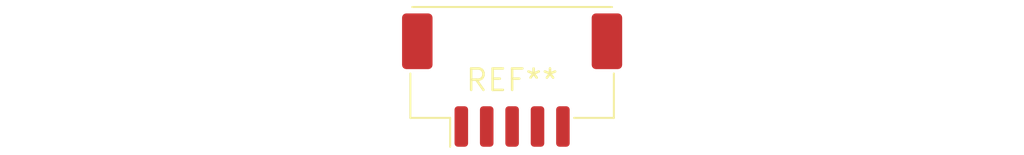
<source format=kicad_pcb>
(kicad_pcb (version 20240108) (generator pcbnew)
  (layers (0 "F.Cu" signal) (31 "B.Cu" signal) (34 "B.Paste" user) (35 "F.Paste" user) (36 "B.SilkS" user "B.Silkscreen") (37 "F.SilkS" user "F.Silkscreen") (38 "B.Mask" user) (39 "F.Mask" user) (44 "Edge.Cuts" user))
  (net 0 "")
  (footprint "Molex_CLIK-Mate_505405-0570_1x05-1MP_P1.50mm_Vertical" (layer "F.Cu") (at 0 0)
    (property "Reference" "REF**")
    (property "Value" "Molex_CLIK-Mate_505405-0570_1x05-1MP_P1.50mm_Vertical")
    (fp_line (start -6.01 -0.39) (end -6.01 2.24) (layer "F.SilkS") (stroke (width 0.12)))
    (fp_line (start -6.01 2.24) (end -3.66 2.24) (layer "F.SilkS") (stroke (width 0.12)))
    (fp_line (start -5.9 -4.33) (end 5.9 -4.33) (layer "F.SilkS") (stroke (width 0.12)))
    (fp_line (start -3.66 2.24) (end -3.66 3.95) (layer "F.SilkS") (stroke (width 0.12)))
    (fp_line (start 6.01 -0.39) (end 6.01 2.24) (layer "F.SilkS") (stroke (width 0.12)))
    (fp_line (start 6.01 2.24) (end 3.66 2.24) (layer "F.SilkS") (stroke (width 0.12)))
    (pad "1" smd roundrect (at -3 2.75) (size 0.8 2.4) (layers "F.Cu" "F.Paste" "F.Mask"))
    (pad "2" smd roundrect (at -1.5 2.75) (size 0.8 2.4) (layers "F.Cu" "F.Paste" "F.Mask"))
    (pad "3" smd roundrect (at 0 2.75) (size 0.8 2.4) (layers "F.Cu" "F.Paste" "F.Mask"))
    (pad "4" smd roundrect (at 1.5 2.75) (size 0.8 2.4) (layers "F.Cu" "F.Paste" "F.Mask"))
    (pad "5" smd roundrect (at 3 2.75) (size 0.8 2.4) (layers "F.Cu" "F.Paste" "F.Mask"))
    (pad "MP" smd roundrect (at -5.6 -2.3) (size 1.8 3.3) (layers "F.Cu" "F.Paste" "F.Mask") (roundrect_rratio 0.138889))
    (pad "MP" smd roundrect (at 5.6 -2.3) (size 1.8 3.3) (layers "F.Cu" "F.Paste" "F.Mask") (roundrect_rratio 0.138889))
  )
)
</source>
